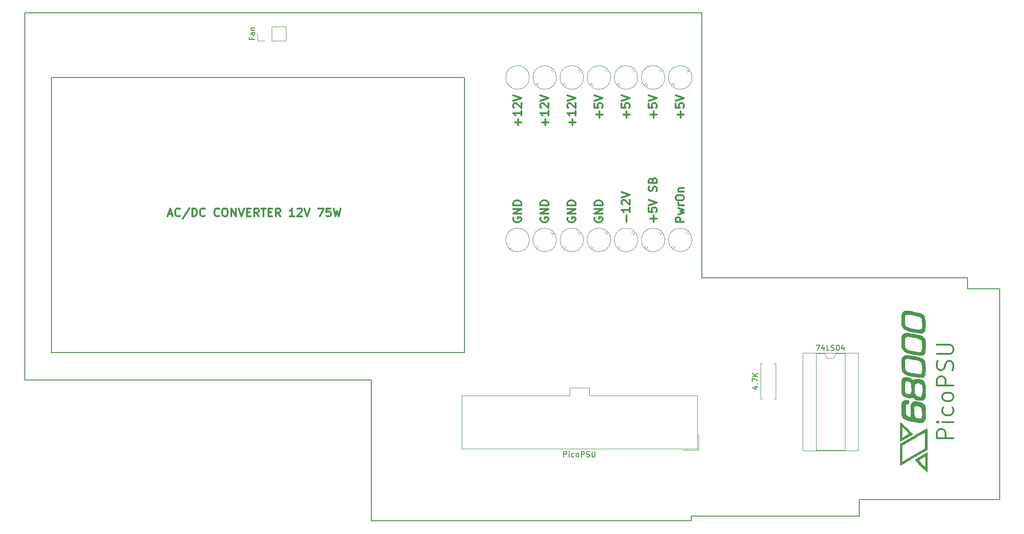
<source format=gto>
G04 #@! TF.GenerationSoftware,KiCad,Pcbnew,(5.0.0-3-g5ebb6b6)*
G04 #@! TF.CreationDate,2018-12-23T11:03:37-08:00*
G04 #@! TF.ProjectId,PSU New,505355204E65772E6B696361645F7063,rev?*
G04 #@! TF.SameCoordinates,Original*
G04 #@! TF.FileFunction,Legend,Top*
G04 #@! TF.FilePolarity,Positive*
%FSLAX46Y46*%
G04 Gerber Fmt 4.6, Leading zero omitted, Abs format (unit mm)*
G04 Created by KiCad (PCBNEW (5.0.0-3-g5ebb6b6)) date Sunday, December 23, 2018 at 11:03:37 AM*
%MOMM*%
%LPD*%
G01*
G04 APERTURE LIST*
%ADD10C,0.375000*%
%ADD11C,0.150000*%
%ADD12C,0.300000*%
%ADD13C,0.200000*%
%ADD14C,0.120000*%
%ADD15C,0.010000*%
G04 APERTURE END LIST*
D10*
X227357142Y-128642857D02*
X224357142Y-128642857D01*
X224357142Y-127500000D01*
X224500000Y-127214285D01*
X224642857Y-127071428D01*
X224928571Y-126928571D01*
X225357142Y-126928571D01*
X225642857Y-127071428D01*
X225785714Y-127214285D01*
X225928571Y-127500000D01*
X225928571Y-128642857D01*
X227357142Y-125642857D02*
X225357142Y-125642857D01*
X224357142Y-125642857D02*
X224500000Y-125785714D01*
X224642857Y-125642857D01*
X224500000Y-125500000D01*
X224357142Y-125642857D01*
X224642857Y-125642857D01*
X227214285Y-122928571D02*
X227357142Y-123214285D01*
X227357142Y-123785714D01*
X227214285Y-124071428D01*
X227071428Y-124214285D01*
X226785714Y-124357142D01*
X225928571Y-124357142D01*
X225642857Y-124214285D01*
X225500000Y-124071428D01*
X225357142Y-123785714D01*
X225357142Y-123214285D01*
X225500000Y-122928571D01*
X227357142Y-121214285D02*
X227214285Y-121500000D01*
X227071428Y-121642857D01*
X226785714Y-121785714D01*
X225928571Y-121785714D01*
X225642857Y-121642857D01*
X225500000Y-121500000D01*
X225357142Y-121214285D01*
X225357142Y-120785714D01*
X225500000Y-120500000D01*
X225642857Y-120357142D01*
X225928571Y-120214285D01*
X226785714Y-120214285D01*
X227071428Y-120357142D01*
X227214285Y-120500000D01*
X227357142Y-120785714D01*
X227357142Y-121214285D01*
X227357142Y-118928571D02*
X224357142Y-118928571D01*
X224357142Y-117785714D01*
X224500000Y-117500000D01*
X224642857Y-117357142D01*
X224928571Y-117214285D01*
X225357142Y-117214285D01*
X225642857Y-117357142D01*
X225785714Y-117500000D01*
X225928571Y-117785714D01*
X225928571Y-118928571D01*
X227214285Y-116071428D02*
X227357142Y-115642857D01*
X227357142Y-114928571D01*
X227214285Y-114642857D01*
X227071428Y-114500000D01*
X226785714Y-114357142D01*
X226500000Y-114357142D01*
X226214285Y-114500000D01*
X226071428Y-114642857D01*
X225928571Y-114928571D01*
X225785714Y-115500000D01*
X225642857Y-115785714D01*
X225500000Y-115928571D01*
X225214285Y-116071428D01*
X224928571Y-116071428D01*
X224642857Y-115928571D01*
X224500000Y-115785714D01*
X224357142Y-115500000D01*
X224357142Y-114785714D01*
X224500000Y-114357142D01*
X224357142Y-113071428D02*
X226785714Y-113071428D01*
X227071428Y-112928571D01*
X227214285Y-112785714D01*
X227357142Y-112500000D01*
X227357142Y-111928571D01*
X227214285Y-111642857D01*
X227071428Y-111500000D01*
X226785714Y-111357142D01*
X224357142Y-111357142D01*
D11*
X179000000Y-143000000D02*
X179000000Y-143900000D01*
X179000000Y-143000000D02*
X210000000Y-143000000D01*
X230000000Y-101000000D02*
X235900000Y-101000000D01*
X230000000Y-99000000D02*
X230000000Y-101000000D01*
X210000000Y-140000000D02*
X210000000Y-143000000D01*
X210000000Y-140000000D02*
X235900000Y-140000000D01*
D12*
X162107142Y-69409285D02*
X162107142Y-68266428D01*
X162678571Y-68837857D02*
X161535714Y-68837857D01*
X161178571Y-66837857D02*
X161178571Y-67552142D01*
X161892857Y-67623571D01*
X161821428Y-67552142D01*
X161750000Y-67409285D01*
X161750000Y-67052142D01*
X161821428Y-66909285D01*
X161892857Y-66837857D01*
X162035714Y-66766428D01*
X162392857Y-66766428D01*
X162535714Y-66837857D01*
X162607142Y-66909285D01*
X162678571Y-67052142D01*
X162678571Y-67409285D01*
X162607142Y-67552142D01*
X162535714Y-67623571D01*
X161178571Y-66337857D02*
X162678571Y-65837857D01*
X161178571Y-65337857D01*
X82542857Y-87250000D02*
X83257142Y-87250000D01*
X82400000Y-87678571D02*
X82900000Y-86178571D01*
X83400000Y-87678571D01*
X84757142Y-87535714D02*
X84685714Y-87607142D01*
X84471428Y-87678571D01*
X84328571Y-87678571D01*
X84114285Y-87607142D01*
X83971428Y-87464285D01*
X83900000Y-87321428D01*
X83828571Y-87035714D01*
X83828571Y-86821428D01*
X83900000Y-86535714D01*
X83971428Y-86392857D01*
X84114285Y-86250000D01*
X84328571Y-86178571D01*
X84471428Y-86178571D01*
X84685714Y-86250000D01*
X84757142Y-86321428D01*
X86471428Y-86107142D02*
X85185714Y-88035714D01*
X86971428Y-87678571D02*
X86971428Y-86178571D01*
X87328571Y-86178571D01*
X87542857Y-86250000D01*
X87685714Y-86392857D01*
X87757142Y-86535714D01*
X87828571Y-86821428D01*
X87828571Y-87035714D01*
X87757142Y-87321428D01*
X87685714Y-87464285D01*
X87542857Y-87607142D01*
X87328571Y-87678571D01*
X86971428Y-87678571D01*
X89328571Y-87535714D02*
X89257142Y-87607142D01*
X89042857Y-87678571D01*
X88900000Y-87678571D01*
X88685714Y-87607142D01*
X88542857Y-87464285D01*
X88471428Y-87321428D01*
X88400000Y-87035714D01*
X88400000Y-86821428D01*
X88471428Y-86535714D01*
X88542857Y-86392857D01*
X88685714Y-86250000D01*
X88900000Y-86178571D01*
X89042857Y-86178571D01*
X89257142Y-86250000D01*
X89328571Y-86321428D01*
X91971428Y-87535714D02*
X91900000Y-87607142D01*
X91685714Y-87678571D01*
X91542857Y-87678571D01*
X91328571Y-87607142D01*
X91185714Y-87464285D01*
X91114285Y-87321428D01*
X91042857Y-87035714D01*
X91042857Y-86821428D01*
X91114285Y-86535714D01*
X91185714Y-86392857D01*
X91328571Y-86250000D01*
X91542857Y-86178571D01*
X91685714Y-86178571D01*
X91900000Y-86250000D01*
X91971428Y-86321428D01*
X92900000Y-86178571D02*
X93185714Y-86178571D01*
X93328571Y-86250000D01*
X93471428Y-86392857D01*
X93542857Y-86678571D01*
X93542857Y-87178571D01*
X93471428Y-87464285D01*
X93328571Y-87607142D01*
X93185714Y-87678571D01*
X92900000Y-87678571D01*
X92757142Y-87607142D01*
X92614285Y-87464285D01*
X92542857Y-87178571D01*
X92542857Y-86678571D01*
X92614285Y-86392857D01*
X92757142Y-86250000D01*
X92900000Y-86178571D01*
X94185714Y-87678571D02*
X94185714Y-86178571D01*
X95042857Y-87678571D01*
X95042857Y-86178571D01*
X95542857Y-86178571D02*
X96042857Y-87678571D01*
X96542857Y-86178571D01*
X97042857Y-86892857D02*
X97542857Y-86892857D01*
X97757142Y-87678571D02*
X97042857Y-87678571D01*
X97042857Y-86178571D01*
X97757142Y-86178571D01*
X99257142Y-87678571D02*
X98757142Y-86964285D01*
X98399999Y-87678571D02*
X98399999Y-86178571D01*
X98971428Y-86178571D01*
X99114285Y-86250000D01*
X99185714Y-86321428D01*
X99257142Y-86464285D01*
X99257142Y-86678571D01*
X99185714Y-86821428D01*
X99114285Y-86892857D01*
X98971428Y-86964285D01*
X98399999Y-86964285D01*
X99685714Y-86178571D02*
X100542857Y-86178571D01*
X100114285Y-87678571D02*
X100114285Y-86178571D01*
X101042857Y-86892857D02*
X101542857Y-86892857D01*
X101757142Y-87678571D02*
X101042857Y-87678571D01*
X101042857Y-86178571D01*
X101757142Y-86178571D01*
X103257142Y-87678571D02*
X102757142Y-86964285D01*
X102400000Y-87678571D02*
X102400000Y-86178571D01*
X102971428Y-86178571D01*
X103114285Y-86250000D01*
X103185714Y-86321428D01*
X103257142Y-86464285D01*
X103257142Y-86678571D01*
X103185714Y-86821428D01*
X103114285Y-86892857D01*
X102971428Y-86964285D01*
X102400000Y-86964285D01*
X105828571Y-87678571D02*
X104971428Y-87678571D01*
X105399999Y-87678571D02*
X105399999Y-86178571D01*
X105257142Y-86392857D01*
X105114285Y-86535714D01*
X104971428Y-86607142D01*
X106400000Y-86321428D02*
X106471428Y-86250000D01*
X106614285Y-86178571D01*
X106971428Y-86178571D01*
X107114285Y-86250000D01*
X107185714Y-86321428D01*
X107257142Y-86464285D01*
X107257142Y-86607142D01*
X107185714Y-86821428D01*
X106328571Y-87678571D01*
X107257142Y-87678571D01*
X107685714Y-86178571D02*
X108185714Y-87678571D01*
X108685714Y-86178571D01*
X110185714Y-86178571D02*
X111185714Y-86178571D01*
X110542857Y-87678571D01*
X112471428Y-86178571D02*
X111757142Y-86178571D01*
X111685714Y-86892857D01*
X111757142Y-86821428D01*
X111900000Y-86750000D01*
X112257142Y-86750000D01*
X112400000Y-86821428D01*
X112471428Y-86892857D01*
X112542857Y-87035714D01*
X112542857Y-87392857D01*
X112471428Y-87535714D01*
X112400000Y-87607142D01*
X112257142Y-87678571D01*
X111900000Y-87678571D01*
X111757142Y-87607142D01*
X111685714Y-87535714D01*
X113042857Y-86178571D02*
X113400000Y-87678571D01*
X113685714Y-86607142D01*
X113971428Y-87678571D01*
X114328571Y-86178571D01*
X147107142Y-70837857D02*
X147107142Y-69695000D01*
X147678571Y-70266428D02*
X146535714Y-70266428D01*
X147678571Y-68195000D02*
X147678571Y-69052142D01*
X147678571Y-68623571D02*
X146178571Y-68623571D01*
X146392857Y-68766428D01*
X146535714Y-68909285D01*
X146607142Y-69052142D01*
X146321428Y-67623571D02*
X146250000Y-67552142D01*
X146178571Y-67409285D01*
X146178571Y-67052142D01*
X146250000Y-66909285D01*
X146321428Y-66837857D01*
X146464285Y-66766428D01*
X146607142Y-66766428D01*
X146821428Y-66837857D01*
X147678571Y-67695000D01*
X147678571Y-66766428D01*
X146178571Y-66337857D02*
X147678571Y-65837857D01*
X146178571Y-65337857D01*
X152107142Y-70837857D02*
X152107142Y-69695000D01*
X152678571Y-70266428D02*
X151535714Y-70266428D01*
X152678571Y-68195000D02*
X152678571Y-69052142D01*
X152678571Y-68623571D02*
X151178571Y-68623571D01*
X151392857Y-68766428D01*
X151535714Y-68909285D01*
X151607142Y-69052142D01*
X151321428Y-67623571D02*
X151250000Y-67552142D01*
X151178571Y-67409285D01*
X151178571Y-67052142D01*
X151250000Y-66909285D01*
X151321428Y-66837857D01*
X151464285Y-66766428D01*
X151607142Y-66766428D01*
X151821428Y-66837857D01*
X152678571Y-67695000D01*
X152678571Y-66766428D01*
X151178571Y-66337857D02*
X152678571Y-65837857D01*
X151178571Y-65337857D01*
X157107142Y-70837857D02*
X157107142Y-69695000D01*
X157678571Y-70266428D02*
X156535714Y-70266428D01*
X157678571Y-68195000D02*
X157678571Y-69052142D01*
X157678571Y-68623571D02*
X156178571Y-68623571D01*
X156392857Y-68766428D01*
X156535714Y-68909285D01*
X156607142Y-69052142D01*
X156321428Y-67623571D02*
X156250000Y-67552142D01*
X156178571Y-67409285D01*
X156178571Y-67052142D01*
X156250000Y-66909285D01*
X156321428Y-66837857D01*
X156464285Y-66766428D01*
X156607142Y-66766428D01*
X156821428Y-66837857D01*
X157678571Y-67695000D01*
X157678571Y-66766428D01*
X156178571Y-66337857D02*
X157678571Y-65837857D01*
X156178571Y-65337857D01*
X167107142Y-69409285D02*
X167107142Y-68266428D01*
X167678571Y-68837857D02*
X166535714Y-68837857D01*
X166178571Y-66837857D02*
X166178571Y-67552142D01*
X166892857Y-67623571D01*
X166821428Y-67552142D01*
X166750000Y-67409285D01*
X166750000Y-67052142D01*
X166821428Y-66909285D01*
X166892857Y-66837857D01*
X167035714Y-66766428D01*
X167392857Y-66766428D01*
X167535714Y-66837857D01*
X167607142Y-66909285D01*
X167678571Y-67052142D01*
X167678571Y-67409285D01*
X167607142Y-67552142D01*
X167535714Y-67623571D01*
X166178571Y-66337857D02*
X167678571Y-65837857D01*
X166178571Y-65337857D01*
X172107142Y-69409285D02*
X172107142Y-68266428D01*
X172678571Y-68837857D02*
X171535714Y-68837857D01*
X171178571Y-66837857D02*
X171178571Y-67552142D01*
X171892857Y-67623571D01*
X171821428Y-67552142D01*
X171750000Y-67409285D01*
X171750000Y-67052142D01*
X171821428Y-66909285D01*
X171892857Y-66837857D01*
X172035714Y-66766428D01*
X172392857Y-66766428D01*
X172535714Y-66837857D01*
X172607142Y-66909285D01*
X172678571Y-67052142D01*
X172678571Y-67409285D01*
X172607142Y-67552142D01*
X172535714Y-67623571D01*
X171178571Y-66337857D02*
X172678571Y-65837857D01*
X171178571Y-65337857D01*
X177107142Y-69409285D02*
X177107142Y-68266428D01*
X177678571Y-68837857D02*
X176535714Y-68837857D01*
X176178571Y-66837857D02*
X176178571Y-67552142D01*
X176892857Y-67623571D01*
X176821428Y-67552142D01*
X176750000Y-67409285D01*
X176750000Y-67052142D01*
X176821428Y-66909285D01*
X176892857Y-66837857D01*
X177035714Y-66766428D01*
X177392857Y-66766428D01*
X177535714Y-66837857D01*
X177607142Y-66909285D01*
X177678571Y-67052142D01*
X177678571Y-67409285D01*
X177607142Y-67552142D01*
X177535714Y-67623571D01*
X176178571Y-66337857D02*
X177678571Y-65837857D01*
X176178571Y-65337857D01*
X146250000Y-87862142D02*
X146178571Y-88005000D01*
X146178571Y-88219285D01*
X146250000Y-88433571D01*
X146392857Y-88576428D01*
X146535714Y-88647857D01*
X146821428Y-88719285D01*
X147035714Y-88719285D01*
X147321428Y-88647857D01*
X147464285Y-88576428D01*
X147607142Y-88433571D01*
X147678571Y-88219285D01*
X147678571Y-88076428D01*
X147607142Y-87862142D01*
X147535714Y-87790714D01*
X147035714Y-87790714D01*
X147035714Y-88076428D01*
X147678571Y-87147857D02*
X146178571Y-87147857D01*
X147678571Y-86290714D01*
X146178571Y-86290714D01*
X147678571Y-85576428D02*
X146178571Y-85576428D01*
X146178571Y-85219285D01*
X146250000Y-85005000D01*
X146392857Y-84862142D01*
X146535714Y-84790714D01*
X146821428Y-84719285D01*
X147035714Y-84719285D01*
X147321428Y-84790714D01*
X147464285Y-84862142D01*
X147607142Y-85005000D01*
X147678571Y-85219285D01*
X147678571Y-85576428D01*
X151250000Y-87862142D02*
X151178571Y-88005000D01*
X151178571Y-88219285D01*
X151250000Y-88433571D01*
X151392857Y-88576428D01*
X151535714Y-88647857D01*
X151821428Y-88719285D01*
X152035714Y-88719285D01*
X152321428Y-88647857D01*
X152464285Y-88576428D01*
X152607142Y-88433571D01*
X152678571Y-88219285D01*
X152678571Y-88076428D01*
X152607142Y-87862142D01*
X152535714Y-87790714D01*
X152035714Y-87790714D01*
X152035714Y-88076428D01*
X152678571Y-87147857D02*
X151178571Y-87147857D01*
X152678571Y-86290714D01*
X151178571Y-86290714D01*
X152678571Y-85576428D02*
X151178571Y-85576428D01*
X151178571Y-85219285D01*
X151250000Y-85005000D01*
X151392857Y-84862142D01*
X151535714Y-84790714D01*
X151821428Y-84719285D01*
X152035714Y-84719285D01*
X152321428Y-84790714D01*
X152464285Y-84862142D01*
X152607142Y-85005000D01*
X152678571Y-85219285D01*
X152678571Y-85576428D01*
X156250000Y-87862142D02*
X156178571Y-88005000D01*
X156178571Y-88219285D01*
X156250000Y-88433571D01*
X156392857Y-88576428D01*
X156535714Y-88647857D01*
X156821428Y-88719285D01*
X157035714Y-88719285D01*
X157321428Y-88647857D01*
X157464285Y-88576428D01*
X157607142Y-88433571D01*
X157678571Y-88219285D01*
X157678571Y-88076428D01*
X157607142Y-87862142D01*
X157535714Y-87790714D01*
X157035714Y-87790714D01*
X157035714Y-88076428D01*
X157678571Y-87147857D02*
X156178571Y-87147857D01*
X157678571Y-86290714D01*
X156178571Y-86290714D01*
X157678571Y-85576428D02*
X156178571Y-85576428D01*
X156178571Y-85219285D01*
X156250000Y-85005000D01*
X156392857Y-84862142D01*
X156535714Y-84790714D01*
X156821428Y-84719285D01*
X157035714Y-84719285D01*
X157321428Y-84790714D01*
X157464285Y-84862142D01*
X157607142Y-85005000D01*
X157678571Y-85219285D01*
X157678571Y-85576428D01*
X161250000Y-87862142D02*
X161178571Y-88005000D01*
X161178571Y-88219285D01*
X161250000Y-88433571D01*
X161392857Y-88576428D01*
X161535714Y-88647857D01*
X161821428Y-88719285D01*
X162035714Y-88719285D01*
X162321428Y-88647857D01*
X162464285Y-88576428D01*
X162607142Y-88433571D01*
X162678571Y-88219285D01*
X162678571Y-88076428D01*
X162607142Y-87862142D01*
X162535714Y-87790714D01*
X162035714Y-87790714D01*
X162035714Y-88076428D01*
X162678571Y-87147857D02*
X161178571Y-87147857D01*
X162678571Y-86290714D01*
X161178571Y-86290714D01*
X162678571Y-85576428D02*
X161178571Y-85576428D01*
X161178571Y-85219285D01*
X161250000Y-85005000D01*
X161392857Y-84862142D01*
X161535714Y-84790714D01*
X161821428Y-84719285D01*
X162035714Y-84719285D01*
X162321428Y-84790714D01*
X162464285Y-84862142D01*
X162607142Y-85005000D01*
X162678571Y-85219285D01*
X162678571Y-85576428D01*
X167107142Y-88647857D02*
X167107142Y-87505000D01*
X167678571Y-86005000D02*
X167678571Y-86862142D01*
X167678571Y-86433571D02*
X166178571Y-86433571D01*
X166392857Y-86576428D01*
X166535714Y-86719285D01*
X166607142Y-86862142D01*
X166321428Y-85433571D02*
X166250000Y-85362142D01*
X166178571Y-85219285D01*
X166178571Y-84862142D01*
X166250000Y-84719285D01*
X166321428Y-84647857D01*
X166464285Y-84576428D01*
X166607142Y-84576428D01*
X166821428Y-84647857D01*
X167678571Y-85505000D01*
X167678571Y-84576428D01*
X166178571Y-84147857D02*
X167678571Y-83647857D01*
X166178571Y-83147857D01*
X172107142Y-88647857D02*
X172107142Y-87505000D01*
X172678571Y-88076428D02*
X171535714Y-88076428D01*
X171178571Y-86076428D02*
X171178571Y-86790714D01*
X171892857Y-86862142D01*
X171821428Y-86790714D01*
X171750000Y-86647857D01*
X171750000Y-86290714D01*
X171821428Y-86147857D01*
X171892857Y-86076428D01*
X172035714Y-86005000D01*
X172392857Y-86005000D01*
X172535714Y-86076428D01*
X172607142Y-86147857D01*
X172678571Y-86290714D01*
X172678571Y-86647857D01*
X172607142Y-86790714D01*
X172535714Y-86862142D01*
X171178571Y-85576428D02*
X172678571Y-85076428D01*
X171178571Y-84576428D01*
X172607142Y-83005000D02*
X172678571Y-82790714D01*
X172678571Y-82433571D01*
X172607142Y-82290714D01*
X172535714Y-82219285D01*
X172392857Y-82147857D01*
X172250000Y-82147857D01*
X172107142Y-82219285D01*
X172035714Y-82290714D01*
X171964285Y-82433571D01*
X171892857Y-82719285D01*
X171821428Y-82862142D01*
X171750000Y-82933571D01*
X171607142Y-83005000D01*
X171464285Y-83005000D01*
X171321428Y-82933571D01*
X171250000Y-82862142D01*
X171178571Y-82719285D01*
X171178571Y-82362142D01*
X171250000Y-82147857D01*
X171892857Y-81005000D02*
X171964285Y-80790714D01*
X172035714Y-80719285D01*
X172178571Y-80647857D01*
X172392857Y-80647857D01*
X172535714Y-80719285D01*
X172607142Y-80790714D01*
X172678571Y-80933571D01*
X172678571Y-81505000D01*
X171178571Y-81505000D01*
X171178571Y-81005000D01*
X171250000Y-80862142D01*
X171321428Y-80790714D01*
X171464285Y-80719285D01*
X171607142Y-80719285D01*
X171750000Y-80790714D01*
X171821428Y-80862142D01*
X171892857Y-81005000D01*
X171892857Y-81505000D01*
X177678571Y-88647857D02*
X176178571Y-88647857D01*
X176178571Y-88076428D01*
X176250000Y-87933571D01*
X176321428Y-87862142D01*
X176464285Y-87790714D01*
X176678571Y-87790714D01*
X176821428Y-87862142D01*
X176892857Y-87933571D01*
X176964285Y-88076428D01*
X176964285Y-88647857D01*
X176678571Y-87290714D02*
X177678571Y-87005000D01*
X176964285Y-86719285D01*
X177678571Y-86433571D01*
X176678571Y-86147857D01*
X177678571Y-85576428D02*
X176678571Y-85576428D01*
X176964285Y-85576428D02*
X176821428Y-85505000D01*
X176750000Y-85433571D01*
X176678571Y-85290714D01*
X176678571Y-85147857D01*
X176178571Y-84362142D02*
X176178571Y-84076428D01*
X176250000Y-83933571D01*
X176392857Y-83790714D01*
X176678571Y-83719285D01*
X177178571Y-83719285D01*
X177464285Y-83790714D01*
X177607142Y-83933571D01*
X177678571Y-84076428D01*
X177678571Y-84362142D01*
X177607142Y-84505000D01*
X177464285Y-84647857D01*
X177178571Y-84719285D01*
X176678571Y-84719285D01*
X176392857Y-84647857D01*
X176250000Y-84505000D01*
X176178571Y-84362142D01*
X176678571Y-83076428D02*
X177678571Y-83076428D01*
X176821428Y-83076428D02*
X176750000Y-83005000D01*
X176678571Y-82862142D01*
X176678571Y-82647857D01*
X176750000Y-82505000D01*
X176892857Y-82433571D01*
X177678571Y-82433571D01*
D13*
X61000000Y-62000000D02*
X61000000Y-112800000D01*
X61000000Y-112800000D02*
X137200000Y-112800000D01*
X137200000Y-62000000D02*
X137200000Y-112800000D01*
X61000000Y-62000000D02*
X137200000Y-62000000D01*
D11*
X235900000Y-101000000D02*
X235900000Y-140000000D01*
X181000000Y-99000000D02*
X230000000Y-99000000D01*
X56100000Y-117900000D02*
X120000000Y-117900000D01*
X120000000Y-117900000D02*
X120000000Y-143900000D01*
X56100000Y-50100000D02*
X181000000Y-50100000D01*
X181000000Y-50100000D02*
X181000000Y-99000000D01*
X56100000Y-50100000D02*
X56100000Y-117900000D01*
X120000000Y-143900000D02*
X179000000Y-143900000D01*
D14*
G04 #@! TO.C,REF\002A\002A*
X175742000Y-92992000D02*
X175347000Y-93388000D01*
X178388000Y-90346000D02*
X178008000Y-90726000D01*
X175993000Y-93274000D02*
X175613000Y-93654000D01*
X178654000Y-90612000D02*
X178259000Y-91008000D01*
X170742000Y-92992000D02*
X170347000Y-93388000D01*
X173388000Y-90346000D02*
X173008000Y-90726000D01*
X170993000Y-93274000D02*
X170613000Y-93654000D01*
X173654000Y-90612000D02*
X173259000Y-91008000D01*
X165742000Y-92992000D02*
X165347000Y-93388000D01*
X168388000Y-90346000D02*
X168008000Y-90726000D01*
X165993000Y-93274000D02*
X165613000Y-93654000D01*
X168654000Y-90612000D02*
X168259000Y-91008000D01*
X160742000Y-92992000D02*
X160347000Y-93388000D01*
X163388000Y-90346000D02*
X163008000Y-90726000D01*
X160993000Y-93274000D02*
X160613000Y-93654000D01*
X163654000Y-90612000D02*
X163259000Y-91008000D01*
X155742000Y-92992000D02*
X155347000Y-93388000D01*
X158388000Y-90346000D02*
X158008000Y-90726000D01*
X155993000Y-93274000D02*
X155613000Y-93654000D01*
X158654000Y-90612000D02*
X158259000Y-91008000D01*
X150742000Y-92992000D02*
X150347000Y-93388000D01*
X153388000Y-90346000D02*
X153008000Y-90726000D01*
X150993000Y-93274000D02*
X150613000Y-93654000D01*
X153654000Y-90612000D02*
X153259000Y-91008000D01*
X145452000Y-93281000D02*
X145346000Y-93388000D01*
X148388000Y-90346000D02*
X148281000Y-90453000D01*
X145718000Y-93547000D02*
X145612000Y-93654000D01*
X148654000Y-90612000D02*
X148547000Y-90719000D01*
X179180000Y-92000000D02*
G75*
G03X179180000Y-92000000I-2180000J0D01*
G01*
X174180000Y-92000000D02*
G75*
G03X174180000Y-92000000I-2180000J0D01*
G01*
X169180000Y-92000000D02*
G75*
G03X169180000Y-92000000I-2180000J0D01*
G01*
X164180000Y-92000000D02*
G75*
G03X164180000Y-92000000I-2180000J0D01*
G01*
X159180000Y-92000000D02*
G75*
G03X159180000Y-92000000I-2180000J0D01*
G01*
X154180000Y-92000000D02*
G75*
G03X154180000Y-92000000I-2180000J0D01*
G01*
X149180000Y-92000000D02*
G75*
G03X149180000Y-92000000I-2180000J0D01*
G01*
G04 #@! TO.C,PicoPSU*
X180350000Y-130800000D02*
X180350000Y-127950000D01*
X177500000Y-130800000D02*
X180350000Y-130800000D01*
X156590000Y-119340000D02*
X158400000Y-119340000D01*
X156590000Y-120740000D02*
X156590000Y-119340000D01*
X136690000Y-120740000D02*
X156590000Y-120740000D01*
X136690000Y-130560000D02*
X136690000Y-120740000D01*
X158400000Y-130560000D02*
X136690000Y-130560000D01*
X160210000Y-119340000D02*
X158400000Y-119340000D01*
X160210000Y-120740000D02*
X160210000Y-119340000D01*
X180110000Y-120740000D02*
X160210000Y-120740000D01*
X180110000Y-130560000D02*
X180110000Y-120740000D01*
X158400000Y-130560000D02*
X180110000Y-130560000D01*
G04 #@! TO.C,74LS04*
X209850000Y-112890000D02*
X199570000Y-112890000D01*
X209850000Y-130910000D02*
X209850000Y-112890000D01*
X199570000Y-130910000D02*
X209850000Y-130910000D01*
X199570000Y-112890000D02*
X199570000Y-130910000D01*
X207360000Y-112950000D02*
X205710000Y-112950000D01*
X207360000Y-130850000D02*
X207360000Y-112950000D01*
X202060000Y-130850000D02*
X207360000Y-130850000D01*
X202060000Y-112950000D02*
X202060000Y-130850000D01*
X203710000Y-112950000D02*
X202060000Y-112950000D01*
X205710000Y-112950000D02*
G75*
G02X203710000Y-112950000I-1000000J0D01*
G01*
G04 #@! TO.C,4.7K*
X194598734Y-114820000D02*
X194268734Y-114820000D01*
X194598734Y-121360000D02*
X194598734Y-114820000D01*
X194268734Y-121360000D02*
X194598734Y-121360000D01*
X191858734Y-114820000D02*
X192188734Y-114820000D01*
X191858734Y-121360000D02*
X191858734Y-114820000D01*
X192188734Y-121360000D02*
X191858734Y-121360000D01*
G04 #@! TO.C,Fan*
X99038100Y-55238960D02*
X99038100Y-53908960D01*
X100368100Y-55238960D02*
X99038100Y-55238960D01*
X101638100Y-55238960D02*
X101638100Y-52578960D01*
X101638100Y-52578960D02*
X104238100Y-52578960D01*
X101638100Y-55238960D02*
X104238100Y-55238960D01*
X104238100Y-55238960D02*
X104238100Y-52578960D01*
G04 #@! TO.C,REF\002A\002A*
X149180000Y-62000000D02*
G75*
G03X149180000Y-62000000I-2180000J0D01*
G01*
X154180000Y-62000000D02*
G75*
G03X154180000Y-62000000I-2180000J0D01*
G01*
X159180000Y-62000000D02*
G75*
G03X159180000Y-62000000I-2180000J0D01*
G01*
X164180000Y-62000000D02*
G75*
G03X164180000Y-62000000I-2180000J0D01*
G01*
X169180000Y-62000000D02*
G75*
G03X169180000Y-62000000I-2180000J0D01*
G01*
X174180000Y-62000000D02*
G75*
G03X174180000Y-62000000I-2180000J0D01*
G01*
X179180000Y-62000000D02*
G75*
G03X179180000Y-62000000I-2180000J0D01*
G01*
X148654000Y-60612000D02*
X148547000Y-60719000D01*
X145718000Y-63547000D02*
X145612000Y-63654000D01*
X148388000Y-60346000D02*
X148281000Y-60453000D01*
X145452000Y-63281000D02*
X145346000Y-63388000D01*
X153654000Y-60612000D02*
X153259000Y-61008000D01*
X150993000Y-63274000D02*
X150613000Y-63654000D01*
X153388000Y-60346000D02*
X153008000Y-60726000D01*
X150742000Y-62992000D02*
X150347000Y-63388000D01*
X158654000Y-60612000D02*
X158259000Y-61008000D01*
X155993000Y-63274000D02*
X155613000Y-63654000D01*
X158388000Y-60346000D02*
X158008000Y-60726000D01*
X155742000Y-62992000D02*
X155347000Y-63388000D01*
X163654000Y-60612000D02*
X163259000Y-61008000D01*
X160993000Y-63274000D02*
X160613000Y-63654000D01*
X163388000Y-60346000D02*
X163008000Y-60726000D01*
X160742000Y-62992000D02*
X160347000Y-63388000D01*
X168654000Y-60612000D02*
X168259000Y-61008000D01*
X165993000Y-63274000D02*
X165613000Y-63654000D01*
X168388000Y-60346000D02*
X168008000Y-60726000D01*
X165742000Y-62992000D02*
X165347000Y-63388000D01*
X173654000Y-60612000D02*
X173259000Y-61008000D01*
X170993000Y-63274000D02*
X170613000Y-63654000D01*
X173388000Y-60346000D02*
X173008000Y-60726000D01*
X170742000Y-62992000D02*
X170347000Y-63388000D01*
X178654000Y-60612000D02*
X178259000Y-61008000D01*
X175993000Y-63274000D02*
X175613000Y-63654000D01*
X178388000Y-60346000D02*
X178008000Y-60726000D01*
X175742000Y-62992000D02*
X175347000Y-63388000D01*
D15*
G04 #@! TO.C,G\002A\002A\002A*
G36*
X217559411Y-126479668D02*
X217563858Y-126098340D01*
X217572361Y-125827997D01*
X217584568Y-125694553D01*
X217588164Y-125685613D01*
X217656737Y-125729197D01*
X217821007Y-125871091D01*
X218057965Y-126088848D01*
X218344602Y-126360018D01*
X218657910Y-126662155D01*
X218974880Y-126972809D01*
X219272502Y-127269533D01*
X219527769Y-127529878D01*
X219717671Y-127731396D01*
X219819199Y-127851639D01*
X219829955Y-127872779D01*
X219760309Y-127927889D01*
X219568735Y-128051150D01*
X219280499Y-128227005D01*
X218920868Y-128439897D01*
X218708122Y-128563486D01*
X217946833Y-129002929D01*
X217946833Y-128537223D01*
X218144175Y-128435313D01*
X218396169Y-128286387D01*
X218662862Y-128116718D01*
X218904302Y-127952579D01*
X219080539Y-127820242D01*
X219151620Y-127745980D01*
X219151711Y-127744882D01*
X219095625Y-127652746D01*
X218942760Y-127471769D01*
X218718344Y-127230533D01*
X218518333Y-127027334D01*
X217883333Y-126396572D01*
X217883333Y-127481008D01*
X217887955Y-127884063D01*
X217900597Y-128214748D01*
X217919419Y-128442484D01*
X217942584Y-128536692D01*
X217946833Y-128537223D01*
X217946833Y-129002929D01*
X217587000Y-129210638D01*
X217564077Y-127471630D01*
X217559367Y-126946070D01*
X217559411Y-126479668D01*
X217559411Y-126479668D01*
G37*
X217559411Y-126479668D02*
X217563858Y-126098340D01*
X217572361Y-125827997D01*
X217584568Y-125694553D01*
X217588164Y-125685613D01*
X217656737Y-125729197D01*
X217821007Y-125871091D01*
X218057965Y-126088848D01*
X218344602Y-126360018D01*
X218657910Y-126662155D01*
X218974880Y-126972809D01*
X219272502Y-127269533D01*
X219527769Y-127529878D01*
X219717671Y-127731396D01*
X219819199Y-127851639D01*
X219829955Y-127872779D01*
X219760309Y-127927889D01*
X219568735Y-128051150D01*
X219280499Y-128227005D01*
X218920868Y-128439897D01*
X218708122Y-128563486D01*
X217946833Y-129002929D01*
X217946833Y-128537223D01*
X218144175Y-128435313D01*
X218396169Y-128286387D01*
X218662862Y-128116718D01*
X218904302Y-127952579D01*
X219080539Y-127820242D01*
X219151620Y-127745980D01*
X219151711Y-127744882D01*
X219095625Y-127652746D01*
X218942760Y-127471769D01*
X218718344Y-127230533D01*
X218518333Y-127027334D01*
X217883333Y-126396572D01*
X217883333Y-127481008D01*
X217887955Y-127884063D01*
X217900597Y-128214748D01*
X217919419Y-128442484D01*
X217942584Y-128536692D01*
X217946833Y-128537223D01*
X217946833Y-129002929D01*
X217587000Y-129210638D01*
X217564077Y-127471630D01*
X217559367Y-126946070D01*
X217559411Y-126479668D01*
G36*
X217804579Y-106511096D02*
X217828342Y-106098961D01*
X217868841Y-105763352D01*
X217918498Y-105568429D01*
X218036195Y-105359779D01*
X218201345Y-105214035D01*
X218433963Y-105128916D01*
X218754058Y-105102137D01*
X219181643Y-105131419D01*
X219736729Y-105214477D01*
X220223043Y-105305598D01*
X220850658Y-105438953D01*
X221329979Y-105573930D01*
X221680791Y-105732733D01*
X221922878Y-105937567D01*
X222076026Y-106210636D01*
X222160017Y-106574145D01*
X222194637Y-107050297D01*
X222200085Y-107524463D01*
X222189665Y-108086117D01*
X222160438Y-108504183D01*
X222113280Y-108768125D01*
X222091774Y-108824000D01*
X221937676Y-109013308D01*
X221733188Y-109156774D01*
X221614487Y-109203272D01*
X221477417Y-109225826D01*
X221289747Y-109222742D01*
X221069123Y-109197933D01*
X221069123Y-108599735D01*
X221306279Y-108584802D01*
X221456447Y-108518107D01*
X221544959Y-108397698D01*
X221552270Y-108380471D01*
X221582675Y-108210638D01*
X221598759Y-107923026D01*
X221601550Y-107568188D01*
X221592073Y-107196676D01*
X221571354Y-106859043D01*
X221540418Y-106605842D01*
X221514269Y-106508122D01*
X221404560Y-106356777D01*
X221211301Y-106225828D01*
X220913847Y-106107288D01*
X220491548Y-105993171D01*
X219923758Y-105875489D01*
X219836862Y-105859269D01*
X219330398Y-105773170D01*
X218964047Y-105732054D01*
X218714189Y-105737725D01*
X218557201Y-105791989D01*
X218469463Y-105896647D01*
X218444939Y-105965574D01*
X218412106Y-106189817D01*
X218395750Y-106517262D01*
X218394939Y-106893299D01*
X218408741Y-107263314D01*
X218436223Y-107572694D01*
X218475656Y-107764764D01*
X218595158Y-107938200D01*
X218823049Y-108091766D01*
X219174986Y-108231857D01*
X219666630Y-108364866D01*
X220232507Y-108482117D01*
X220719644Y-108564856D01*
X221069123Y-108599735D01*
X221069123Y-109197933D01*
X221019249Y-109192324D01*
X220633693Y-109132876D01*
X220338666Y-109083409D01*
X219634857Y-108952402D01*
X219080213Y-108820363D01*
X218654765Y-108678057D01*
X218338544Y-108516251D01*
X218111579Y-108325711D01*
X217953903Y-108097202D01*
X217888973Y-107950655D01*
X217839750Y-107719539D01*
X217809679Y-107370098D01*
X217798157Y-106951046D01*
X217804579Y-106511096D01*
X217804579Y-106511096D01*
G37*
X217804579Y-106511096D02*
X217828342Y-106098961D01*
X217868841Y-105763352D01*
X217918498Y-105568429D01*
X218036195Y-105359779D01*
X218201345Y-105214035D01*
X218433963Y-105128916D01*
X218754058Y-105102137D01*
X219181643Y-105131419D01*
X219736729Y-105214477D01*
X220223043Y-105305598D01*
X220850658Y-105438953D01*
X221329979Y-105573930D01*
X221680791Y-105732733D01*
X221922878Y-105937567D01*
X222076026Y-106210636D01*
X222160017Y-106574145D01*
X222194637Y-107050297D01*
X222200085Y-107524463D01*
X222189665Y-108086117D01*
X222160438Y-108504183D01*
X222113280Y-108768125D01*
X222091774Y-108824000D01*
X221937676Y-109013308D01*
X221733188Y-109156774D01*
X221614487Y-109203272D01*
X221477417Y-109225826D01*
X221289747Y-109222742D01*
X221069123Y-109197933D01*
X221069123Y-108599735D01*
X221306279Y-108584802D01*
X221456447Y-108518107D01*
X221544959Y-108397698D01*
X221552270Y-108380471D01*
X221582675Y-108210638D01*
X221598759Y-107923026D01*
X221601550Y-107568188D01*
X221592073Y-107196676D01*
X221571354Y-106859043D01*
X221540418Y-106605842D01*
X221514269Y-106508122D01*
X221404560Y-106356777D01*
X221211301Y-106225828D01*
X220913847Y-106107288D01*
X220491548Y-105993171D01*
X219923758Y-105875489D01*
X219836862Y-105859269D01*
X219330398Y-105773170D01*
X218964047Y-105732054D01*
X218714189Y-105737725D01*
X218557201Y-105791989D01*
X218469463Y-105896647D01*
X218444939Y-105965574D01*
X218412106Y-106189817D01*
X218395750Y-106517262D01*
X218394939Y-106893299D01*
X218408741Y-107263314D01*
X218436223Y-107572694D01*
X218475656Y-107764764D01*
X218595158Y-107938200D01*
X218823049Y-108091766D01*
X219174986Y-108231857D01*
X219666630Y-108364866D01*
X220232507Y-108482117D01*
X220719644Y-108564856D01*
X221069123Y-108599735D01*
X221069123Y-109197933D01*
X221019249Y-109192324D01*
X220633693Y-109132876D01*
X220338666Y-109083409D01*
X219634857Y-108952402D01*
X219080213Y-108820363D01*
X218654765Y-108678057D01*
X218338544Y-108516251D01*
X218111579Y-108325711D01*
X217953903Y-108097202D01*
X217888973Y-107950655D01*
X217839750Y-107719539D01*
X217809679Y-107370098D01*
X217798157Y-106951046D01*
X217804579Y-106511096D01*
G36*
X217809777Y-110302308D02*
X217849328Y-109899802D01*
X217926650Y-109614954D01*
X218051070Y-109422469D01*
X218231918Y-109297050D01*
X218392740Y-109236909D01*
X218552281Y-109198188D01*
X218723965Y-109182272D01*
X218940942Y-109191656D01*
X219236366Y-109228838D01*
X219643388Y-109296313D01*
X219974990Y-109356041D01*
X220587014Y-109475619D01*
X221055910Y-109587781D01*
X221406973Y-109702644D01*
X221665499Y-109830329D01*
X221856781Y-109980955D01*
X222006116Y-110164641D01*
X222009716Y-110170021D01*
X222087466Y-110299802D01*
X222140757Y-110437107D01*
X222174042Y-110615846D01*
X222191776Y-110869927D01*
X222198411Y-111233258D01*
X222198758Y-111609355D01*
X222190882Y-112082182D01*
X222170997Y-112480712D01*
X222141372Y-112773477D01*
X222104274Y-112929010D01*
X222103565Y-112930334D01*
X221966640Y-113116316D01*
X221779918Y-113239149D01*
X221521251Y-113301119D01*
X221288864Y-113303355D01*
X221288864Y-112756181D01*
X221448765Y-112558711D01*
X221528442Y-112428995D01*
X221577024Y-112253429D01*
X221601144Y-111991399D01*
X221607437Y-111602292D01*
X221607418Y-111587454D01*
X221594427Y-111180287D01*
X221560117Y-110844644D01*
X221509408Y-110625304D01*
X221499107Y-110602000D01*
X221394901Y-110451178D01*
X221235066Y-110329070D01*
X220992407Y-110224363D01*
X220639727Y-110125745D01*
X220149832Y-110021900D01*
X220065810Y-110005741D01*
X219512589Y-109907880D01*
X219101252Y-109854862D01*
X218810402Y-109846662D01*
X218618640Y-109883252D01*
X218504570Y-109964607D01*
X218478978Y-110003768D01*
X218440791Y-110157199D01*
X218411025Y-110433005D01*
X218393874Y-110784279D01*
X218391333Y-110983947D01*
X218394010Y-111364939D01*
X218408303Y-111618012D01*
X218443601Y-111784569D01*
X218509296Y-111906011D01*
X218614777Y-112023738D01*
X218630838Y-112039865D01*
X218769647Y-112162168D01*
X218930708Y-112260559D01*
X219143050Y-112344342D01*
X219435706Y-112422820D01*
X219837706Y-112505298D01*
X220378082Y-112601078D01*
X220386489Y-112602511D01*
X221288864Y-112756181D01*
X221288864Y-113303355D01*
X221168487Y-113304514D01*
X220699477Y-113251622D01*
X220092071Y-113144730D01*
X220069723Y-113140370D01*
X219463515Y-113013463D01*
X219000573Y-112895307D01*
X218655744Y-112777071D01*
X218403877Y-112649927D01*
X218219819Y-112505044D01*
X218198725Y-112483571D01*
X218032770Y-112281961D01*
X217918666Y-112061447D01*
X217847546Y-111785780D01*
X217810545Y-111418713D01*
X217798800Y-110923998D01*
X217798666Y-110847769D01*
X217809777Y-110302308D01*
X217809777Y-110302308D01*
G37*
X217809777Y-110302308D02*
X217849328Y-109899802D01*
X217926650Y-109614954D01*
X218051070Y-109422469D01*
X218231918Y-109297050D01*
X218392740Y-109236909D01*
X218552281Y-109198188D01*
X218723965Y-109182272D01*
X218940942Y-109191656D01*
X219236366Y-109228838D01*
X219643388Y-109296313D01*
X219974990Y-109356041D01*
X220587014Y-109475619D01*
X221055910Y-109587781D01*
X221406973Y-109702644D01*
X221665499Y-109830329D01*
X221856781Y-109980955D01*
X222006116Y-110164641D01*
X222009716Y-110170021D01*
X222087466Y-110299802D01*
X222140757Y-110437107D01*
X222174042Y-110615846D01*
X222191776Y-110869927D01*
X222198411Y-111233258D01*
X222198758Y-111609355D01*
X222190882Y-112082182D01*
X222170997Y-112480712D01*
X222141372Y-112773477D01*
X222104274Y-112929010D01*
X222103565Y-112930334D01*
X221966640Y-113116316D01*
X221779918Y-113239149D01*
X221521251Y-113301119D01*
X221288864Y-113303355D01*
X221288864Y-112756181D01*
X221448765Y-112558711D01*
X221528442Y-112428995D01*
X221577024Y-112253429D01*
X221601144Y-111991399D01*
X221607437Y-111602292D01*
X221607418Y-111587454D01*
X221594427Y-111180287D01*
X221560117Y-110844644D01*
X221509408Y-110625304D01*
X221499107Y-110602000D01*
X221394901Y-110451178D01*
X221235066Y-110329070D01*
X220992407Y-110224363D01*
X220639727Y-110125745D01*
X220149832Y-110021900D01*
X220065810Y-110005741D01*
X219512589Y-109907880D01*
X219101252Y-109854862D01*
X218810402Y-109846662D01*
X218618640Y-109883252D01*
X218504570Y-109964607D01*
X218478978Y-110003768D01*
X218440791Y-110157199D01*
X218411025Y-110433005D01*
X218393874Y-110784279D01*
X218391333Y-110983947D01*
X218394010Y-111364939D01*
X218408303Y-111618012D01*
X218443601Y-111784569D01*
X218509296Y-111906011D01*
X218614777Y-112023738D01*
X218630838Y-112039865D01*
X218769647Y-112162168D01*
X218930708Y-112260559D01*
X219143050Y-112344342D01*
X219435706Y-112422820D01*
X219837706Y-112505298D01*
X220378082Y-112601078D01*
X220386489Y-112602511D01*
X221288864Y-112756181D01*
X221288864Y-113303355D01*
X221168487Y-113304514D01*
X220699477Y-113251622D01*
X220092071Y-113144730D01*
X220069723Y-113140370D01*
X219463515Y-113013463D01*
X219000573Y-112895307D01*
X218655744Y-112777071D01*
X218403877Y-112649927D01*
X218219819Y-112505044D01*
X218198725Y-112483571D01*
X218032770Y-112281961D01*
X217918666Y-112061447D01*
X217847546Y-111785780D01*
X217810545Y-111418713D01*
X217798800Y-110923998D01*
X217798666Y-110847769D01*
X217809777Y-110302308D01*
G36*
X217826074Y-114181520D02*
X217880500Y-113870911D01*
X217973952Y-113648897D01*
X218111630Y-113489106D01*
X218151987Y-113456968D01*
X218351173Y-113357517D01*
X218627530Y-113309027D01*
X219000558Y-113312020D01*
X219489755Y-113367020D01*
X220114622Y-113474550D01*
X220321550Y-113515144D01*
X220931377Y-113647423D01*
X221393400Y-113783426D01*
X221727947Y-113947045D01*
X221955340Y-114162173D01*
X222095907Y-114452702D01*
X222169972Y-114842525D01*
X222197859Y-115355535D01*
X222200885Y-115724334D01*
X222197502Y-116194421D01*
X222184717Y-116529915D01*
X222158299Y-116765478D01*
X222114017Y-116935770D01*
X222047638Y-117075453D01*
X222032927Y-117100167D01*
X221936644Y-117244230D01*
X221836276Y-117326506D01*
X221683988Y-117364283D01*
X221431947Y-117374850D01*
X221271556Y-117375334D01*
X221189638Y-117370771D01*
X221189638Y-116778089D01*
X221375475Y-116740553D01*
X221485368Y-116657434D01*
X221521361Y-116592167D01*
X221572366Y-116363484D01*
X221599607Y-116027856D01*
X221604150Y-115638903D01*
X221587059Y-115250241D01*
X221549400Y-114915488D01*
X221492239Y-114688262D01*
X221483139Y-114668848D01*
X221402595Y-114544430D01*
X221287814Y-114443913D01*
X221112094Y-114356819D01*
X220848736Y-114272667D01*
X220471038Y-114180978D01*
X219969513Y-114074794D01*
X219441284Y-113974128D01*
X219052996Y-113919943D01*
X218781791Y-113912133D01*
X218604813Y-113950588D01*
X218499204Y-114035201D01*
X218478978Y-114067768D01*
X218427844Y-114259681D01*
X218398658Y-114567924D01*
X218390545Y-114941038D01*
X218402629Y-115327562D01*
X218434037Y-115676040D01*
X218483892Y-115935011D01*
X218511983Y-116008388D01*
X218619808Y-116165345D01*
X218779329Y-116291171D01*
X219018359Y-116397658D01*
X219364711Y-116496599D01*
X219846199Y-116599787D01*
X219957498Y-116621273D01*
X220502546Y-116718042D01*
X220905961Y-116770449D01*
X221189638Y-116778089D01*
X221189638Y-117370771D01*
X220893798Y-117354290D01*
X220435881Y-117297019D01*
X219940031Y-117212307D01*
X219448474Y-117108944D01*
X219003437Y-116995718D01*
X218647147Y-116881415D01*
X218438654Y-116785750D01*
X218203622Y-116620295D01*
X218037956Y-116440128D01*
X217928503Y-116211340D01*
X217862111Y-115900019D01*
X217825627Y-115472254D01*
X217813509Y-115174000D01*
X217805477Y-114607093D01*
X217826074Y-114181520D01*
X217826074Y-114181520D01*
G37*
X217826074Y-114181520D02*
X217880500Y-113870911D01*
X217973952Y-113648897D01*
X218111630Y-113489106D01*
X218151987Y-113456968D01*
X218351173Y-113357517D01*
X218627530Y-113309027D01*
X219000558Y-113312020D01*
X219489755Y-113367020D01*
X220114622Y-113474550D01*
X220321550Y-113515144D01*
X220931377Y-113647423D01*
X221393400Y-113783426D01*
X221727947Y-113947045D01*
X221955340Y-114162173D01*
X222095907Y-114452702D01*
X222169972Y-114842525D01*
X222197859Y-115355535D01*
X222200885Y-115724334D01*
X222197502Y-116194421D01*
X222184717Y-116529915D01*
X222158299Y-116765478D01*
X222114017Y-116935770D01*
X222047638Y-117075453D01*
X222032927Y-117100167D01*
X221936644Y-117244230D01*
X221836276Y-117326506D01*
X221683988Y-117364283D01*
X221431947Y-117374850D01*
X221271556Y-117375334D01*
X221189638Y-117370771D01*
X221189638Y-116778089D01*
X221375475Y-116740553D01*
X221485368Y-116657434D01*
X221521361Y-116592167D01*
X221572366Y-116363484D01*
X221599607Y-116027856D01*
X221604150Y-115638903D01*
X221587059Y-115250241D01*
X221549400Y-114915488D01*
X221492239Y-114688262D01*
X221483139Y-114668848D01*
X221402595Y-114544430D01*
X221287814Y-114443913D01*
X221112094Y-114356819D01*
X220848736Y-114272667D01*
X220471038Y-114180978D01*
X219969513Y-114074794D01*
X219441284Y-113974128D01*
X219052996Y-113919943D01*
X218781791Y-113912133D01*
X218604813Y-113950588D01*
X218499204Y-114035201D01*
X218478978Y-114067768D01*
X218427844Y-114259681D01*
X218398658Y-114567924D01*
X218390545Y-114941038D01*
X218402629Y-115327562D01*
X218434037Y-115676040D01*
X218483892Y-115935011D01*
X218511983Y-116008388D01*
X218619808Y-116165345D01*
X218779329Y-116291171D01*
X219018359Y-116397658D01*
X219364711Y-116496599D01*
X219846199Y-116599787D01*
X219957498Y-116621273D01*
X220502546Y-116718042D01*
X220905961Y-116770449D01*
X221189638Y-116778089D01*
X221189638Y-117370771D01*
X220893798Y-117354290D01*
X220435881Y-117297019D01*
X219940031Y-117212307D01*
X219448474Y-117108944D01*
X219003437Y-116995718D01*
X218647147Y-116881415D01*
X218438654Y-116785750D01*
X218203622Y-116620295D01*
X218037956Y-116440128D01*
X217928503Y-116211340D01*
X217862111Y-115900019D01*
X217825627Y-115472254D01*
X217813509Y-115174000D01*
X217805477Y-114607093D01*
X217826074Y-114181520D01*
G36*
X217799682Y-118548139D02*
X217805731Y-118204862D01*
X217821316Y-117970593D01*
X217850941Y-117815174D01*
X217899110Y-117708442D01*
X217970325Y-117620235D01*
X218016234Y-117573403D01*
X218159796Y-117449920D01*
X218309655Y-117390701D01*
X218527014Y-117380142D01*
X218729054Y-117391659D01*
X219136624Y-117456280D01*
X219466418Y-117599586D01*
X219562870Y-117662106D01*
X219789904Y-117802347D01*
X219944590Y-117843706D01*
X220072150Y-117805366D01*
X220323834Y-117734836D01*
X220673639Y-117715856D01*
X221059430Y-117745273D01*
X221419075Y-117819929D01*
X221590686Y-117882481D01*
X221799517Y-117994781D01*
X221955274Y-118132383D01*
X222065475Y-118320220D01*
X222137639Y-118583230D01*
X222179282Y-118946346D01*
X222197924Y-119434505D01*
X222201333Y-119907893D01*
X222200073Y-120398458D01*
X222193550Y-120749964D01*
X222177643Y-120992685D01*
X222148236Y-121156891D01*
X222101208Y-121272855D01*
X222032443Y-121370848D01*
X221996504Y-121413446D01*
X221868613Y-121543517D01*
X221734028Y-121613230D01*
X221537608Y-121639112D01*
X221246524Y-121638224D01*
X221181618Y-121630506D01*
X221181618Y-120985087D01*
X221390308Y-120977607D01*
X221462158Y-120942375D01*
X221550158Y-120768910D01*
X221618445Y-120473406D01*
X221664350Y-120102297D01*
X221685207Y-119702017D01*
X221678348Y-119319000D01*
X221641104Y-118999682D01*
X221584395Y-118814667D01*
X221413812Y-118633918D01*
X221141072Y-118494661D01*
X220832357Y-118420045D01*
X220553849Y-118433221D01*
X220522005Y-118443047D01*
X220351828Y-118562475D01*
X220241434Y-118790069D01*
X220186937Y-119142241D01*
X220184454Y-119635405D01*
X220194148Y-119827970D01*
X220221630Y-120190377D01*
X220258935Y-120426648D01*
X220318263Y-120579964D01*
X220411813Y-120693507D01*
X220447796Y-120725772D01*
X220651057Y-120846506D01*
X220915432Y-120937165D01*
X221181618Y-120985087D01*
X221181618Y-121630506D01*
X220712084Y-121574673D01*
X220308366Y-121413428D01*
X220055552Y-121178514D01*
X219939221Y-121057704D01*
X219806285Y-121071125D01*
X219740191Y-121103776D01*
X219496098Y-121164989D01*
X219166909Y-121163391D01*
X219166909Y-120502056D01*
X219287921Y-120493445D01*
X219440547Y-120449890D01*
X219544587Y-120344308D01*
X219606727Y-120152050D01*
X219633650Y-119848466D01*
X219632040Y-119408903D01*
X219626872Y-119243434D01*
X219608929Y-118859891D01*
X219582010Y-118607443D01*
X219537474Y-118447852D01*
X219466681Y-118342882D01*
X219412266Y-118293637D01*
X219168762Y-118156452D01*
X218889953Y-118083150D01*
X218640740Y-118085011D01*
X218517405Y-118138104D01*
X218453934Y-118275790D01*
X218410003Y-118538285D01*
X218385474Y-118882212D01*
X218380208Y-119264194D01*
X218394068Y-119640853D01*
X218426915Y-119968812D01*
X218478612Y-120204695D01*
X218524253Y-120290159D01*
X218799388Y-120452245D01*
X219166909Y-120502056D01*
X219166909Y-121163391D01*
X219162038Y-121163367D01*
X218802078Y-121106414D01*
X218480287Y-121001633D01*
X218368636Y-120943141D01*
X218163531Y-120799534D01*
X218013844Y-120641577D01*
X217911094Y-120440817D01*
X217846803Y-120168800D01*
X217812490Y-119797074D01*
X217799678Y-119297187D01*
X217798666Y-119030589D01*
X217799682Y-118548139D01*
X217799682Y-118548139D01*
G37*
X217799682Y-118548139D02*
X217805731Y-118204862D01*
X217821316Y-117970593D01*
X217850941Y-117815174D01*
X217899110Y-117708442D01*
X217970325Y-117620235D01*
X218016234Y-117573403D01*
X218159796Y-117449920D01*
X218309655Y-117390701D01*
X218527014Y-117380142D01*
X218729054Y-117391659D01*
X219136624Y-117456280D01*
X219466418Y-117599586D01*
X219562870Y-117662106D01*
X219789904Y-117802347D01*
X219944590Y-117843706D01*
X220072150Y-117805366D01*
X220323834Y-117734836D01*
X220673639Y-117715856D01*
X221059430Y-117745273D01*
X221419075Y-117819929D01*
X221590686Y-117882481D01*
X221799517Y-117994781D01*
X221955274Y-118132383D01*
X222065475Y-118320220D01*
X222137639Y-118583230D01*
X222179282Y-118946346D01*
X222197924Y-119434505D01*
X222201333Y-119907893D01*
X222200073Y-120398458D01*
X222193550Y-120749964D01*
X222177643Y-120992685D01*
X222148236Y-121156891D01*
X222101208Y-121272855D01*
X222032443Y-121370848D01*
X221996504Y-121413446D01*
X221868613Y-121543517D01*
X221734028Y-121613230D01*
X221537608Y-121639112D01*
X221246524Y-121638224D01*
X221181618Y-121630506D01*
X221181618Y-120985087D01*
X221390308Y-120977607D01*
X221462158Y-120942375D01*
X221550158Y-120768910D01*
X221618445Y-120473406D01*
X221664350Y-120102297D01*
X221685207Y-119702017D01*
X221678348Y-119319000D01*
X221641104Y-118999682D01*
X221584395Y-118814667D01*
X221413812Y-118633918D01*
X221141072Y-118494661D01*
X220832357Y-118420045D01*
X220553849Y-118433221D01*
X220522005Y-118443047D01*
X220351828Y-118562475D01*
X220241434Y-118790069D01*
X220186937Y-119142241D01*
X220184454Y-119635405D01*
X220194148Y-119827970D01*
X220221630Y-120190377D01*
X220258935Y-120426648D01*
X220318263Y-120579964D01*
X220411813Y-120693507D01*
X220447796Y-120725772D01*
X220651057Y-120846506D01*
X220915432Y-120937165D01*
X221181618Y-120985087D01*
X221181618Y-121630506D01*
X220712084Y-121574673D01*
X220308366Y-121413428D01*
X220055552Y-121178514D01*
X219939221Y-121057704D01*
X219806285Y-121071125D01*
X219740191Y-121103776D01*
X219496098Y-121164989D01*
X219166909Y-121163391D01*
X219166909Y-120502056D01*
X219287921Y-120493445D01*
X219440547Y-120449890D01*
X219544587Y-120344308D01*
X219606727Y-120152050D01*
X219633650Y-119848466D01*
X219632040Y-119408903D01*
X219626872Y-119243434D01*
X219608929Y-118859891D01*
X219582010Y-118607443D01*
X219537474Y-118447852D01*
X219466681Y-118342882D01*
X219412266Y-118293637D01*
X219168762Y-118156452D01*
X218889953Y-118083150D01*
X218640740Y-118085011D01*
X218517405Y-118138104D01*
X218453934Y-118275790D01*
X218410003Y-118538285D01*
X218385474Y-118882212D01*
X218380208Y-119264194D01*
X218394068Y-119640853D01*
X218426915Y-119968812D01*
X218478612Y-120204695D01*
X218524253Y-120290159D01*
X218799388Y-120452245D01*
X219166909Y-120502056D01*
X219166909Y-121163391D01*
X219162038Y-121163367D01*
X218802078Y-121106414D01*
X218480287Y-121001633D01*
X218368636Y-120943141D01*
X218163531Y-120799534D01*
X218013844Y-120641577D01*
X217911094Y-120440817D01*
X217846803Y-120168800D01*
X217812490Y-119797074D01*
X217799678Y-119297187D01*
X217798666Y-119030589D01*
X217799682Y-118548139D01*
G36*
X217800046Y-123259667D02*
X217810317Y-122691810D01*
X217839323Y-122270358D01*
X217886297Y-122004620D01*
X217908225Y-121947334D01*
X218122350Y-121699796D01*
X218437684Y-121568373D01*
X218819020Y-121567069D01*
X219033558Y-121614555D01*
X219128628Y-121695836D01*
X219152705Y-121866351D01*
X219153333Y-121949411D01*
X219141274Y-122162758D01*
X219077078Y-122260901D01*
X218918713Y-122297665D01*
X218878166Y-122301803D01*
X218603000Y-122328334D01*
X218579279Y-123307734D01*
X218573555Y-123779811D01*
X218592210Y-124112320D01*
X218648906Y-124334686D01*
X218757304Y-124476336D01*
X218931063Y-124566694D01*
X219183846Y-124635187D01*
X219196917Y-124638141D01*
X219534333Y-124714084D01*
X219507521Y-123690542D01*
X219505950Y-123054180D01*
X219545009Y-122568191D01*
X219634014Y-122216538D01*
X219782284Y-121983182D01*
X219999136Y-121852082D01*
X220293889Y-121807201D01*
X220592666Y-121822663D01*
X220964162Y-121896296D01*
X221357876Y-122028070D01*
X221717292Y-122194286D01*
X221985892Y-122371245D01*
X222050176Y-122433821D01*
X222144908Y-122642549D01*
X222205816Y-123006465D01*
X222232052Y-123514664D01*
X222222768Y-124156242D01*
X222207996Y-124464205D01*
X222171648Y-124904142D01*
X222106284Y-125241324D01*
X221993557Y-125483827D01*
X221815125Y-125639725D01*
X221552641Y-125717092D01*
X221255253Y-125722724D01*
X221255253Y-124986342D01*
X221400582Y-124971873D01*
X221480165Y-124901578D01*
X221522258Y-124815576D01*
X221557743Y-124642970D01*
X221580122Y-124352273D01*
X221586254Y-123994434D01*
X221583019Y-123829534D01*
X221564582Y-123437025D01*
X221533693Y-123175308D01*
X221482619Y-123005910D01*
X221403631Y-122890355D01*
X221391841Y-122878212D01*
X221199442Y-122757691D01*
X220923979Y-122663201D01*
X220632330Y-122609633D01*
X220391375Y-122611878D01*
X220312153Y-122637822D01*
X220186192Y-122789557D01*
X220116203Y-123077866D01*
X220100933Y-123511556D01*
X220125756Y-123951054D01*
X220171632Y-124356153D01*
X220247803Y-124625379D01*
X220383079Y-124792184D01*
X220606273Y-124890021D01*
X220946197Y-124952343D01*
X220993587Y-124958681D01*
X221255253Y-124986342D01*
X221255253Y-125722724D01*
X221187762Y-125724003D01*
X220702144Y-125668532D01*
X220077441Y-125558754D01*
X219830666Y-125510605D01*
X219195338Y-125377383D01*
X218708067Y-125246777D01*
X218349324Y-125097140D01*
X218099580Y-124906823D01*
X217939308Y-124654180D01*
X217848977Y-124317562D01*
X217809059Y-123875322D01*
X217800025Y-123305812D01*
X217800046Y-123259667D01*
X217800046Y-123259667D01*
G37*
X217800046Y-123259667D02*
X217810317Y-122691810D01*
X217839323Y-122270358D01*
X217886297Y-122004620D01*
X217908225Y-121947334D01*
X218122350Y-121699796D01*
X218437684Y-121568373D01*
X218819020Y-121567069D01*
X219033558Y-121614555D01*
X219128628Y-121695836D01*
X219152705Y-121866351D01*
X219153333Y-121949411D01*
X219141274Y-122162758D01*
X219077078Y-122260901D01*
X218918713Y-122297665D01*
X218878166Y-122301803D01*
X218603000Y-122328334D01*
X218579279Y-123307734D01*
X218573555Y-123779811D01*
X218592210Y-124112320D01*
X218648906Y-124334686D01*
X218757304Y-124476336D01*
X218931063Y-124566694D01*
X219183846Y-124635187D01*
X219196917Y-124638141D01*
X219534333Y-124714084D01*
X219507521Y-123690542D01*
X219505950Y-123054180D01*
X219545009Y-122568191D01*
X219634014Y-122216538D01*
X219782284Y-121983182D01*
X219999136Y-121852082D01*
X220293889Y-121807201D01*
X220592666Y-121822663D01*
X220964162Y-121896296D01*
X221357876Y-122028070D01*
X221717292Y-122194286D01*
X221985892Y-122371245D01*
X222050176Y-122433821D01*
X222144908Y-122642549D01*
X222205816Y-123006465D01*
X222232052Y-123514664D01*
X222222768Y-124156242D01*
X222207996Y-124464205D01*
X222171648Y-124904142D01*
X222106284Y-125241324D01*
X221993557Y-125483827D01*
X221815125Y-125639725D01*
X221552641Y-125717092D01*
X221255253Y-125722724D01*
X221255253Y-124986342D01*
X221400582Y-124971873D01*
X221480165Y-124901578D01*
X221522258Y-124815576D01*
X221557743Y-124642970D01*
X221580122Y-124352273D01*
X221586254Y-123994434D01*
X221583019Y-123829534D01*
X221564582Y-123437025D01*
X221533693Y-123175308D01*
X221482619Y-123005910D01*
X221403631Y-122890355D01*
X221391841Y-122878212D01*
X221199442Y-122757691D01*
X220923979Y-122663201D01*
X220632330Y-122609633D01*
X220391375Y-122611878D01*
X220312153Y-122637822D01*
X220186192Y-122789557D01*
X220116203Y-123077866D01*
X220100933Y-123511556D01*
X220125756Y-123951054D01*
X220171632Y-124356153D01*
X220247803Y-124625379D01*
X220383079Y-124792184D01*
X220606273Y-124890021D01*
X220946197Y-124952343D01*
X220993587Y-124958681D01*
X221255253Y-124986342D01*
X221255253Y-125722724D01*
X221187762Y-125724003D01*
X220702144Y-125668532D01*
X220077441Y-125558754D01*
X219830666Y-125510605D01*
X219195338Y-125377383D01*
X218708067Y-125246777D01*
X218349324Y-125097140D01*
X218099580Y-124906823D01*
X217939308Y-124654180D01*
X217848977Y-124317562D01*
X217809059Y-123875322D01*
X217800025Y-123305812D01*
X217800046Y-123259667D01*
G36*
X219978833Y-128252852D02*
X220562452Y-127912815D01*
X221099637Y-127599913D01*
X221572816Y-127324375D01*
X221964417Y-127096430D01*
X222256867Y-126926308D01*
X222432595Y-126824237D01*
X222476500Y-126798893D01*
X222494379Y-126869329D01*
X222510310Y-127086219D01*
X222523548Y-127426689D01*
X222533344Y-127867864D01*
X222538952Y-128386870D01*
X222540000Y-128744501D01*
X222540000Y-130725663D01*
X220444500Y-131955156D01*
X219882987Y-132284453D01*
X219349312Y-132597126D01*
X218866690Y-132879597D01*
X218458337Y-133118287D01*
X218147467Y-133299617D01*
X217957297Y-133410009D01*
X217946833Y-133416037D01*
X217883333Y-133452571D01*
X217883333Y-133022480D01*
X219998118Y-131785262D01*
X222112903Y-130548043D01*
X222135951Y-129062855D01*
X222140463Y-128580447D01*
X222138726Y-128160582D01*
X222131317Y-127830930D01*
X222118813Y-127619159D01*
X222104465Y-127552433D01*
X222016725Y-127584621D01*
X221809405Y-127689837D01*
X221508235Y-127854169D01*
X221138945Y-128063704D01*
X220876798Y-128216242D01*
X220381359Y-128506428D01*
X219846103Y-128818591D01*
X219328317Y-129119398D01*
X218885288Y-129375520D01*
X218796151Y-129426809D01*
X217888636Y-129948334D01*
X217885984Y-131485407D01*
X217883333Y-133022480D01*
X217883333Y-133452571D01*
X217544666Y-133647424D01*
X217544666Y-129671257D01*
X219978833Y-128252852D01*
X219978833Y-128252852D01*
G37*
X219978833Y-128252852D02*
X220562452Y-127912815D01*
X221099637Y-127599913D01*
X221572816Y-127324375D01*
X221964417Y-127096430D01*
X222256867Y-126926308D01*
X222432595Y-126824237D01*
X222476500Y-126798893D01*
X222494379Y-126869329D01*
X222510310Y-127086219D01*
X222523548Y-127426689D01*
X222533344Y-127867864D01*
X222538952Y-128386870D01*
X222540000Y-128744501D01*
X222540000Y-130725663D01*
X220444500Y-131955156D01*
X219882987Y-132284453D01*
X219349312Y-132597126D01*
X218866690Y-132879597D01*
X218458337Y-133118287D01*
X218147467Y-133299617D01*
X217957297Y-133410009D01*
X217946833Y-133416037D01*
X217883333Y-133452571D01*
X217883333Y-133022480D01*
X219998118Y-131785262D01*
X222112903Y-130548043D01*
X222135951Y-129062855D01*
X222140463Y-128580447D01*
X222138726Y-128160582D01*
X222131317Y-127830930D01*
X222118813Y-127619159D01*
X222104465Y-127552433D01*
X222016725Y-127584621D01*
X221809405Y-127689837D01*
X221508235Y-127854169D01*
X221138945Y-128063704D01*
X220876798Y-128216242D01*
X220381359Y-128506428D01*
X219846103Y-128818591D01*
X219328317Y-129119398D01*
X218885288Y-129375520D01*
X218796151Y-129426809D01*
X217888636Y-129948334D01*
X217885984Y-131485407D01*
X217883333Y-133022480D01*
X217883333Y-133452571D01*
X217544666Y-133647424D01*
X217544666Y-129671257D01*
X219978833Y-128252852D01*
G36*
X220297081Y-132614124D02*
X220388170Y-132539133D01*
X220581998Y-132413280D01*
X220783169Y-132294564D01*
X221072187Y-132128503D01*
X221437174Y-131915970D01*
X221808765Y-131697401D01*
X221883833Y-131652925D01*
X222540000Y-131263550D01*
X222540000Y-134866128D01*
X222178047Y-134519988D01*
X222178047Y-133970000D01*
X222187025Y-133890781D01*
X222194396Y-133674903D01*
X222199413Y-133355041D01*
X222201331Y-132963869D01*
X222201333Y-132951022D01*
X222201333Y-131932043D01*
X222013559Y-132032536D01*
X221842531Y-132131478D01*
X221590504Y-132285578D01*
X221368492Y-132425557D01*
X220911199Y-132718083D01*
X221532980Y-133344042D01*
X221791700Y-133602398D01*
X222002447Y-133808878D01*
X222139386Y-133938417D01*
X222178047Y-133970000D01*
X222178047Y-134519988D01*
X221397745Y-133773774D01*
X221040799Y-133426971D01*
X220733909Y-133118322D01*
X220495407Y-132867143D01*
X220343625Y-132692749D01*
X220296896Y-132614455D01*
X220297081Y-132614124D01*
X220297081Y-132614124D01*
G37*
X220297081Y-132614124D02*
X220388170Y-132539133D01*
X220581998Y-132413280D01*
X220783169Y-132294564D01*
X221072187Y-132128503D01*
X221437174Y-131915970D01*
X221808765Y-131697401D01*
X221883833Y-131652925D01*
X222540000Y-131263550D01*
X222540000Y-134866128D01*
X222178047Y-134519988D01*
X222178047Y-133970000D01*
X222187025Y-133890781D01*
X222194396Y-133674903D01*
X222199413Y-133355041D01*
X222201331Y-132963869D01*
X222201333Y-132951022D01*
X222201333Y-131932043D01*
X222013559Y-132032536D01*
X221842531Y-132131478D01*
X221590504Y-132285578D01*
X221368492Y-132425557D01*
X220911199Y-132718083D01*
X221532980Y-133344042D01*
X221791700Y-133602398D01*
X222002447Y-133808878D01*
X222139386Y-133938417D01*
X222178047Y-133970000D01*
X222178047Y-134519988D01*
X221397745Y-133773774D01*
X221040799Y-133426971D01*
X220733909Y-133118322D01*
X220495407Y-132867143D01*
X220343625Y-132692749D01*
X220296896Y-132614455D01*
X220297081Y-132614124D01*
G04 #@! TD*
G04 #@! TO.C,PicoPSU*
D11*
X155519047Y-132102380D02*
X155519047Y-131102380D01*
X155900000Y-131102380D01*
X155995238Y-131150000D01*
X156042857Y-131197619D01*
X156090476Y-131292857D01*
X156090476Y-131435714D01*
X156042857Y-131530952D01*
X155995238Y-131578571D01*
X155900000Y-131626190D01*
X155519047Y-131626190D01*
X156519047Y-132102380D02*
X156519047Y-131435714D01*
X156519047Y-131102380D02*
X156471428Y-131150000D01*
X156519047Y-131197619D01*
X156566666Y-131150000D01*
X156519047Y-131102380D01*
X156519047Y-131197619D01*
X157423809Y-132054761D02*
X157328571Y-132102380D01*
X157138095Y-132102380D01*
X157042857Y-132054761D01*
X156995238Y-132007142D01*
X156947619Y-131911904D01*
X156947619Y-131626190D01*
X156995238Y-131530952D01*
X157042857Y-131483333D01*
X157138095Y-131435714D01*
X157328571Y-131435714D01*
X157423809Y-131483333D01*
X157995238Y-132102380D02*
X157900000Y-132054761D01*
X157852380Y-132007142D01*
X157804761Y-131911904D01*
X157804761Y-131626190D01*
X157852380Y-131530952D01*
X157900000Y-131483333D01*
X157995238Y-131435714D01*
X158138095Y-131435714D01*
X158233333Y-131483333D01*
X158280952Y-131530952D01*
X158328571Y-131626190D01*
X158328571Y-131911904D01*
X158280952Y-132007142D01*
X158233333Y-132054761D01*
X158138095Y-132102380D01*
X157995238Y-132102380D01*
X158757142Y-132102380D02*
X158757142Y-131102380D01*
X159138095Y-131102380D01*
X159233333Y-131150000D01*
X159280952Y-131197619D01*
X159328571Y-131292857D01*
X159328571Y-131435714D01*
X159280952Y-131530952D01*
X159233333Y-131578571D01*
X159138095Y-131626190D01*
X158757142Y-131626190D01*
X159709523Y-132054761D02*
X159852380Y-132102380D01*
X160090476Y-132102380D01*
X160185714Y-132054761D01*
X160233333Y-132007142D01*
X160280952Y-131911904D01*
X160280952Y-131816666D01*
X160233333Y-131721428D01*
X160185714Y-131673809D01*
X160090476Y-131626190D01*
X159900000Y-131578571D01*
X159804761Y-131530952D01*
X159757142Y-131483333D01*
X159709523Y-131388095D01*
X159709523Y-131292857D01*
X159757142Y-131197619D01*
X159804761Y-131150000D01*
X159900000Y-131102380D01*
X160138095Y-131102380D01*
X160280952Y-131150000D01*
X160709523Y-131102380D02*
X160709523Y-131911904D01*
X160757142Y-132007142D01*
X160804761Y-132054761D01*
X160900000Y-132102380D01*
X161090476Y-132102380D01*
X161185714Y-132054761D01*
X161233333Y-132007142D01*
X161280952Y-131911904D01*
X161280952Y-131102380D01*
G04 #@! TO.C,74LS04*
X202067142Y-111402380D02*
X202733809Y-111402380D01*
X202305238Y-112402380D01*
X203543333Y-111735714D02*
X203543333Y-112402380D01*
X203305238Y-111354761D02*
X203067142Y-112069047D01*
X203686190Y-112069047D01*
X204543333Y-112402380D02*
X204067142Y-112402380D01*
X204067142Y-111402380D01*
X204829047Y-112354761D02*
X204971904Y-112402380D01*
X205210000Y-112402380D01*
X205305238Y-112354761D01*
X205352857Y-112307142D01*
X205400476Y-112211904D01*
X205400476Y-112116666D01*
X205352857Y-112021428D01*
X205305238Y-111973809D01*
X205210000Y-111926190D01*
X205019523Y-111878571D01*
X204924285Y-111830952D01*
X204876666Y-111783333D01*
X204829047Y-111688095D01*
X204829047Y-111592857D01*
X204876666Y-111497619D01*
X204924285Y-111450000D01*
X205019523Y-111402380D01*
X205257619Y-111402380D01*
X205400476Y-111450000D01*
X206019523Y-111402380D02*
X206114761Y-111402380D01*
X206210000Y-111450000D01*
X206257619Y-111497619D01*
X206305238Y-111592857D01*
X206352857Y-111783333D01*
X206352857Y-112021428D01*
X206305238Y-112211904D01*
X206257619Y-112307142D01*
X206210000Y-112354761D01*
X206114761Y-112402380D01*
X206019523Y-112402380D01*
X205924285Y-112354761D01*
X205876666Y-112307142D01*
X205829047Y-112211904D01*
X205781428Y-112021428D01*
X205781428Y-111783333D01*
X205829047Y-111592857D01*
X205876666Y-111497619D01*
X205924285Y-111450000D01*
X206019523Y-111402380D01*
X207210000Y-111735714D02*
X207210000Y-112402380D01*
X206971904Y-111354761D02*
X206733809Y-112069047D01*
X207352857Y-112069047D01*
G04 #@! TO.C,4.7K*
X190644448Y-119113809D02*
X191311114Y-119113809D01*
X190263495Y-119351904D02*
X190977781Y-119590000D01*
X190977781Y-118970952D01*
X191215876Y-118590000D02*
X191263495Y-118542380D01*
X191311114Y-118590000D01*
X191263495Y-118637619D01*
X191215876Y-118590000D01*
X191311114Y-118590000D01*
X190311114Y-118209047D02*
X190311114Y-117542380D01*
X191311114Y-117970952D01*
X191311114Y-117161428D02*
X190311114Y-117161428D01*
X191311114Y-116590000D02*
X190739686Y-117018571D01*
X190311114Y-116590000D02*
X190882543Y-117161428D01*
G04 #@! TO.C,Fan*
X97966671Y-54670864D02*
X97966671Y-55004198D01*
X98490480Y-55004198D02*
X97490480Y-55004198D01*
X97490480Y-54528007D01*
X98490480Y-53718483D02*
X97966671Y-53718483D01*
X97871433Y-53766102D01*
X97823814Y-53861340D01*
X97823814Y-54051817D01*
X97871433Y-54147055D01*
X98442861Y-53718483D02*
X98490480Y-53813721D01*
X98490480Y-54051817D01*
X98442861Y-54147055D01*
X98347623Y-54194674D01*
X98252385Y-54194674D01*
X98157147Y-54147055D01*
X98109528Y-54051817D01*
X98109528Y-53813721D01*
X98061909Y-53718483D01*
X97823814Y-53242293D02*
X98490480Y-53242293D01*
X97919052Y-53242293D02*
X97871433Y-53194674D01*
X97823814Y-53099436D01*
X97823814Y-52956579D01*
X97871433Y-52861340D01*
X97966671Y-52813721D01*
X98490480Y-52813721D01*
G04 #@! TD*
M02*

</source>
